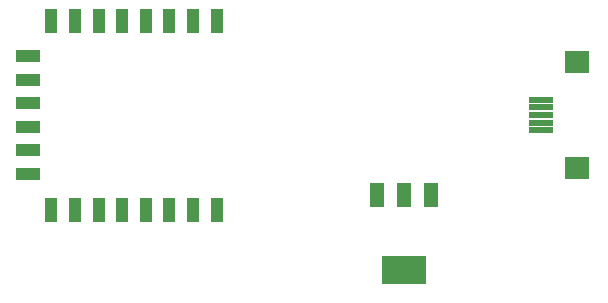
<source format=gtp>
G04 Layer: TopPasteMaskLayer*
G04 EasyEDA v6.5.48, 2025-03-08 11:51:36*
G04 8fe2fb576d564ac8881881e7cade559e,369c048249c94b259d5cf78f180de413,10*
G04 Gerber Generator version 0.2*
G04 Scale: 100 percent, Rotated: No, Reflected: No *
G04 Dimensions in millimeters *
G04 leading zeros omitted , absolute positions ,4 integer and 5 decimal *
%FSLAX45Y45*%
%MOMM*%

%AMMACRO1*21,1,$1,$2,0,0,$3*%
%ADD10MACRO1,2.3012X3.7998X-90.0000*%
%ADD11MACRO1,2.0015X1.1989X-90.0000*%
%ADD12MACRO1,2.0015X1.2014X-90.0000*%
%ADD13MACRO1,2.0015X1.0008X-90.0000*%
%ADD14MACRO1,2.0015X0.9982X-90.0000*%
%ADD15MACRO1,1.999X0.9982X0.0000*%
%ADD16MACRO1,2.0015X1.0008X0.0000*%
%ADD17MACRO1,1.999X1.0008X0.0000*%
%ADD18MACRO1,2.0015X1.0008X90.0000*%
%ADD19MACRO1,1.999X1.0008X90.0000*%
%ADD20MACRO1,1.999X0.9982X90.0000*%
%ADD21MACRO1,2.0015X0.9982X90.0000*%
%ADD22MACRO1,1.999X0.4521X0.0000*%
%ADD23MACRO1,2.1006X1.8999X0.0000*%

%LPD*%
D10*
G01*
X5181600Y-4965700D03*
D11*
G01*
X5181600Y-4330700D03*
D12*
G01*
X4951603Y-4330700D03*
G01*
X5411596Y-4330700D03*
D13*
G01*
X3594100Y-2857500D03*
D14*
G01*
X3394075Y-2857500D03*
G01*
X3194177Y-2857500D03*
D13*
G01*
X2994152Y-2857500D03*
G01*
X2794000Y-2857500D03*
G01*
X2594102Y-2857500D03*
G01*
X2394203Y-2857500D03*
G01*
X2194051Y-2857500D03*
D15*
G01*
X1994027Y-3157601D03*
D16*
G01*
X1994153Y-3357372D03*
D17*
G01*
X1994027Y-3557269D03*
G01*
X1994027Y-3757422D03*
G01*
X1994027Y-3957319D03*
G01*
X1994027Y-4157217D03*
D18*
G01*
X2193543Y-4457446D03*
D19*
G01*
X2393950Y-4457572D03*
D20*
G01*
X2593720Y-4457827D03*
D18*
G01*
X2793746Y-4457700D03*
D19*
G01*
X2993897Y-4457572D03*
D18*
G01*
X3193796Y-4457700D03*
D21*
G01*
X3393820Y-4457700D03*
D18*
G01*
X3593846Y-4457700D03*
D22*
G01*
X6336157Y-3527551D03*
G01*
X6336157Y-3592576D03*
G01*
X6336157Y-3657600D03*
G01*
X6336157Y-3722623D03*
G01*
X6336157Y-3787648D03*
D23*
G01*
X6643243Y-3207511D03*
G01*
X6643243Y-4107688D03*
M02*

</source>
